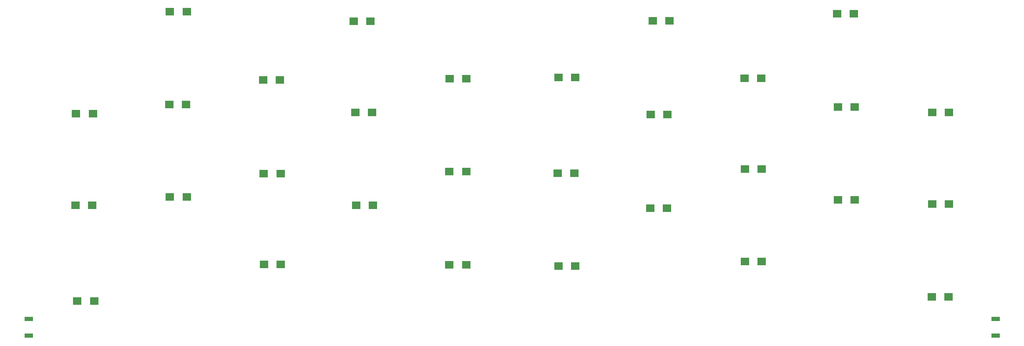
<source format=gtp>
G04 #@! TF.GenerationSoftware,KiCad,Pcbnew,(6.0.9)*
G04 #@! TF.CreationDate,2023-01-06T00:22:53-03:00*
G04 #@! TF.ProjectId,pulso - hybrid -rev2,70756c73-6f20-42d2-9068-796272696420,0.3*
G04 #@! TF.SameCoordinates,Original*
G04 #@! TF.FileFunction,Paste,Top*
G04 #@! TF.FilePolarity,Positive*
%FSLAX46Y46*%
G04 Gerber Fmt 4.6, Leading zero omitted, Abs format (unit mm)*
G04 Created by KiCad (PCBNEW (6.0.9)) date 2023-01-06 00:22:53*
%MOMM*%
%LPD*%
G01*
G04 APERTURE LIST*
%ADD10R,1.800000X1.500000*%
%ADD11R,1.700000X0.900000*%
G04 APERTURE END LIST*
D10*
X65575000Y-89725000D03*
X62175000Y-89725000D03*
X220350000Y-69675000D03*
X216950000Y-69675000D03*
X103825000Y-101675000D03*
X100425000Y-101675000D03*
X122375000Y-70775000D03*
X118975000Y-70775000D03*
X65675000Y-71100000D03*
X62275000Y-71100000D03*
X239425000Y-70850000D03*
X236025000Y-70850000D03*
X103775000Y-83225000D03*
X100375000Y-83225000D03*
D11*
X52631000Y-112783000D03*
X52631000Y-116183000D03*
D10*
X182325000Y-71275000D03*
X178925000Y-71275000D03*
X201425000Y-82325000D03*
X198025000Y-82325000D03*
X220325000Y-88550000D03*
X216925000Y-88550000D03*
X65925000Y-109200000D03*
X62525000Y-109200000D03*
X141450000Y-82850000D03*
X138050000Y-82850000D03*
X122525000Y-89725000D03*
X119125000Y-89725000D03*
X141525000Y-63975000D03*
X138125000Y-63975000D03*
X182250000Y-90275000D03*
X178850000Y-90275000D03*
D11*
X248916000Y-112783000D03*
X248916000Y-116183000D03*
D10*
X201375000Y-63900000D03*
X197975000Y-63900000D03*
X201450000Y-101100000D03*
X198050000Y-101100000D03*
X141450000Y-101775000D03*
X138050000Y-101775000D03*
X163600000Y-63675000D03*
X160200000Y-63675000D03*
X182725000Y-52225000D03*
X179325000Y-52225000D03*
X239425000Y-89450000D03*
X236025000Y-89450000D03*
X239400000Y-108300000D03*
X236000000Y-108300000D03*
X163400000Y-83175000D03*
X160000000Y-83175000D03*
X103625000Y-64250000D03*
X100225000Y-64250000D03*
X84725000Y-88025000D03*
X81325000Y-88025000D03*
X220175000Y-50775000D03*
X216775000Y-50775000D03*
X84725000Y-50325000D03*
X81325000Y-50325000D03*
X122025000Y-52275000D03*
X118625000Y-52275000D03*
X163600000Y-102075000D03*
X160200000Y-102075000D03*
X84625000Y-69200000D03*
X81225000Y-69200000D03*
M02*

</source>
